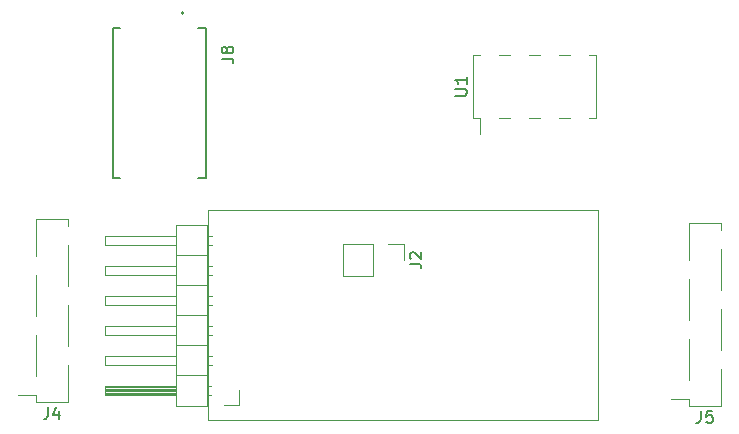
<source format=gto>
%TF.GenerationSoftware,KiCad,Pcbnew,9.0.5-9.0.5~ubuntu24.04.1*%
%TF.CreationDate,2025-11-18T16:55:03+01:00*%
%TF.ProjectId,Nodo 2 MySensor,4e6f646f-2032-4204-9d79-53656e736f72,rev?*%
%TF.SameCoordinates,Original*%
%TF.FileFunction,Legend,Top*%
%TF.FilePolarity,Positive*%
%FSLAX46Y46*%
G04 Gerber Fmt 4.6, Leading zero omitted, Abs format (unit mm)*
G04 Created by KiCad (PCBNEW 9.0.5-9.0.5~ubuntu24.04.1) date 2025-11-18 16:55:03*
%MOMM*%
%LPD*%
G01*
G04 APERTURE LIST*
%ADD10C,0.100000*%
%ADD11C,0.150000*%
%ADD12C,0.127000*%
%ADD13C,0.200000*%
%ADD14C,0.120000*%
G04 APERTURE END LIST*
D10*
X100000000Y-82220000D02*
X133020000Y-82220000D01*
X133020000Y-100000000D01*
X100000000Y-100000000D01*
X100000000Y-82220000D01*
D11*
X101119819Y-69355833D02*
X101834104Y-69355833D01*
X101834104Y-69355833D02*
X101976961Y-69403452D01*
X101976961Y-69403452D02*
X102072200Y-69498690D01*
X102072200Y-69498690D02*
X102119819Y-69641547D01*
X102119819Y-69641547D02*
X102119819Y-69736785D01*
X101548390Y-68736785D02*
X101500771Y-68832023D01*
X101500771Y-68832023D02*
X101453152Y-68879642D01*
X101453152Y-68879642D02*
X101357914Y-68927261D01*
X101357914Y-68927261D02*
X101310295Y-68927261D01*
X101310295Y-68927261D02*
X101215057Y-68879642D01*
X101215057Y-68879642D02*
X101167438Y-68832023D01*
X101167438Y-68832023D02*
X101119819Y-68736785D01*
X101119819Y-68736785D02*
X101119819Y-68546309D01*
X101119819Y-68546309D02*
X101167438Y-68451071D01*
X101167438Y-68451071D02*
X101215057Y-68403452D01*
X101215057Y-68403452D02*
X101310295Y-68355833D01*
X101310295Y-68355833D02*
X101357914Y-68355833D01*
X101357914Y-68355833D02*
X101453152Y-68403452D01*
X101453152Y-68403452D02*
X101500771Y-68451071D01*
X101500771Y-68451071D02*
X101548390Y-68546309D01*
X101548390Y-68546309D02*
X101548390Y-68736785D01*
X101548390Y-68736785D02*
X101596009Y-68832023D01*
X101596009Y-68832023D02*
X101643628Y-68879642D01*
X101643628Y-68879642D02*
X101738866Y-68927261D01*
X101738866Y-68927261D02*
X101929342Y-68927261D01*
X101929342Y-68927261D02*
X102024580Y-68879642D01*
X102024580Y-68879642D02*
X102072200Y-68832023D01*
X102072200Y-68832023D02*
X102119819Y-68736785D01*
X102119819Y-68736785D02*
X102119819Y-68546309D01*
X102119819Y-68546309D02*
X102072200Y-68451071D01*
X102072200Y-68451071D02*
X102024580Y-68403452D01*
X102024580Y-68403452D02*
X101929342Y-68355833D01*
X101929342Y-68355833D02*
X101738866Y-68355833D01*
X101738866Y-68355833D02*
X101643628Y-68403452D01*
X101643628Y-68403452D02*
X101596009Y-68451071D01*
X101596009Y-68451071D02*
X101548390Y-68546309D01*
X117024819Y-86744333D02*
X117739104Y-86744333D01*
X117739104Y-86744333D02*
X117881961Y-86791952D01*
X117881961Y-86791952D02*
X117977200Y-86887190D01*
X117977200Y-86887190D02*
X118024819Y-87030047D01*
X118024819Y-87030047D02*
X118024819Y-87125285D01*
X117120057Y-86315761D02*
X117072438Y-86268142D01*
X117072438Y-86268142D02*
X117024819Y-86172904D01*
X117024819Y-86172904D02*
X117024819Y-85934809D01*
X117024819Y-85934809D02*
X117072438Y-85839571D01*
X117072438Y-85839571D02*
X117120057Y-85791952D01*
X117120057Y-85791952D02*
X117215295Y-85744333D01*
X117215295Y-85744333D02*
X117310533Y-85744333D01*
X117310533Y-85744333D02*
X117453390Y-85791952D01*
X117453390Y-85791952D02*
X118024819Y-86363380D01*
X118024819Y-86363380D02*
X118024819Y-85744333D01*
X141701666Y-99194819D02*
X141701666Y-99909104D01*
X141701666Y-99909104D02*
X141654047Y-100051961D01*
X141654047Y-100051961D02*
X141558809Y-100147200D01*
X141558809Y-100147200D02*
X141415952Y-100194819D01*
X141415952Y-100194819D02*
X141320714Y-100194819D01*
X142654047Y-99194819D02*
X142177857Y-99194819D01*
X142177857Y-99194819D02*
X142130238Y-99671009D01*
X142130238Y-99671009D02*
X142177857Y-99623390D01*
X142177857Y-99623390D02*
X142273095Y-99575771D01*
X142273095Y-99575771D02*
X142511190Y-99575771D01*
X142511190Y-99575771D02*
X142606428Y-99623390D01*
X142606428Y-99623390D02*
X142654047Y-99671009D01*
X142654047Y-99671009D02*
X142701666Y-99766247D01*
X142701666Y-99766247D02*
X142701666Y-100004342D01*
X142701666Y-100004342D02*
X142654047Y-100099580D01*
X142654047Y-100099580D02*
X142606428Y-100147200D01*
X142606428Y-100147200D02*
X142511190Y-100194819D01*
X142511190Y-100194819D02*
X142273095Y-100194819D01*
X142273095Y-100194819D02*
X142177857Y-100147200D01*
X142177857Y-100147200D02*
X142130238Y-100099580D01*
X86421666Y-98884819D02*
X86421666Y-99599104D01*
X86421666Y-99599104D02*
X86374047Y-99741961D01*
X86374047Y-99741961D02*
X86278809Y-99837200D01*
X86278809Y-99837200D02*
X86135952Y-99884819D01*
X86135952Y-99884819D02*
X86040714Y-99884819D01*
X87326428Y-99218152D02*
X87326428Y-99884819D01*
X87088333Y-98837200D02*
X86850238Y-99551485D01*
X86850238Y-99551485D02*
X87469285Y-99551485D01*
X120874819Y-72486904D02*
X121684342Y-72486904D01*
X121684342Y-72486904D02*
X121779580Y-72439285D01*
X121779580Y-72439285D02*
X121827200Y-72391666D01*
X121827200Y-72391666D02*
X121874819Y-72296428D01*
X121874819Y-72296428D02*
X121874819Y-72105952D01*
X121874819Y-72105952D02*
X121827200Y-72010714D01*
X121827200Y-72010714D02*
X121779580Y-71963095D01*
X121779580Y-71963095D02*
X121684342Y-71915476D01*
X121684342Y-71915476D02*
X120874819Y-71915476D01*
X121874819Y-70915476D02*
X121874819Y-71486904D01*
X121874819Y-71201190D02*
X120874819Y-71201190D01*
X120874819Y-71201190D02*
X121017676Y-71296428D01*
X121017676Y-71296428D02*
X121112914Y-71391666D01*
X121112914Y-71391666D02*
X121160533Y-71486904D01*
D12*
%TO.C,J8*%
X91880000Y-66747500D02*
X91880000Y-79447500D01*
X91880000Y-66747500D02*
X92510000Y-66747500D01*
X91880000Y-79447500D02*
X92510000Y-79447500D01*
X99150000Y-79447500D02*
X99780000Y-79447500D01*
X99780000Y-66747500D02*
X99150000Y-66747500D01*
X99780000Y-79447500D02*
X99780000Y-66747500D01*
D13*
X97930000Y-65497500D02*
G75*
G02*
X97730000Y-65497500I-100000J0D01*
G01*
X97730000Y-65497500D02*
G75*
G02*
X97930000Y-65497500I100000J0D01*
G01*
D14*
%TO.C,J2*%
X111370000Y-85081000D02*
X111370000Y-87741000D01*
X113970000Y-85081000D02*
X111370000Y-85081000D01*
X113970000Y-85081000D02*
X113970000Y-87741000D01*
X113970000Y-87741000D02*
X111370000Y-87741000D01*
X115240000Y-85081000D02*
X116570000Y-85081000D01*
X116570000Y-85081000D02*
X116570000Y-86411000D01*
%TO.C,J5*%
X140655000Y-86390000D02*
X140655000Y-83280000D01*
X140655000Y-91470000D02*
X140655000Y-88010000D01*
X140655000Y-96550000D02*
X140655000Y-93090000D01*
X140655000Y-98170000D02*
X139185000Y-98170000D01*
X140655000Y-98740000D02*
X140655000Y-98170000D01*
X143415000Y-83280000D02*
X140655000Y-83280000D01*
X143415000Y-83850000D02*
X143415000Y-83280000D01*
X143415000Y-88930000D02*
X143415000Y-85470000D01*
X143415000Y-94010000D02*
X143415000Y-90550000D01*
X143415000Y-98170000D02*
X143415000Y-95630000D01*
X143415000Y-98740000D02*
X140655000Y-98740000D01*
X143415000Y-98740000D02*
X143415000Y-95630000D01*
%TO.C,J4*%
X85375000Y-86080000D02*
X85375000Y-82970000D01*
X85375000Y-91160000D02*
X85375000Y-87700000D01*
X85375000Y-96240000D02*
X85375000Y-92780000D01*
X85375000Y-97860000D02*
X83905000Y-97860000D01*
X85375000Y-98430000D02*
X85375000Y-97860000D01*
X88135000Y-82970000D02*
X85375000Y-82970000D01*
X88135000Y-83540000D02*
X88135000Y-82970000D01*
X88135000Y-88620000D02*
X88135000Y-85160000D01*
X88135000Y-93700000D02*
X88135000Y-90240000D01*
X88135000Y-97860000D02*
X88135000Y-95320000D01*
X88135000Y-98430000D02*
X85375000Y-98430000D01*
X88135000Y-98430000D02*
X88135000Y-95320000D01*
%TO.C,J1*%
X91227000Y-84380000D02*
X97227000Y-84380000D01*
X91227000Y-85140000D02*
X91227000Y-84380000D01*
X91227000Y-86920000D02*
X97227000Y-86920000D01*
X91227000Y-87680000D02*
X91227000Y-86920000D01*
X91227000Y-89460000D02*
X97227000Y-89460000D01*
X91227000Y-90220000D02*
X91227000Y-89460000D01*
X91227000Y-92000000D02*
X97227000Y-92000000D01*
X91227000Y-92760000D02*
X91227000Y-92000000D01*
X91227000Y-94540000D02*
X97227000Y-94540000D01*
X91227000Y-95300000D02*
X91227000Y-94540000D01*
X91227000Y-97080000D02*
X97227000Y-97080000D01*
X91227000Y-97840000D02*
X91227000Y-97080000D01*
X97227000Y-83430000D02*
X97227000Y-98790000D01*
X97227000Y-85140000D02*
X91227000Y-85140000D01*
X97227000Y-87680000D02*
X91227000Y-87680000D01*
X97227000Y-90220000D02*
X91227000Y-90220000D01*
X97227000Y-92760000D02*
X91227000Y-92760000D01*
X97227000Y-95300000D02*
X91227000Y-95300000D01*
X97227000Y-97180000D02*
X91227000Y-97180000D01*
X97227000Y-97300000D02*
X91227000Y-97300000D01*
X97227000Y-97420000D02*
X91227000Y-97420000D01*
X97227000Y-97540000D02*
X91227000Y-97540000D01*
X97227000Y-97660000D02*
X91227000Y-97660000D01*
X97227000Y-97780000D02*
X91227000Y-97780000D01*
X97227000Y-97840000D02*
X91227000Y-97840000D01*
X97227000Y-98790000D02*
X99887000Y-98790000D01*
X99887000Y-83430000D02*
X97227000Y-83430000D01*
X99887000Y-86030000D02*
X97227000Y-86030000D01*
X99887000Y-88570000D02*
X97227000Y-88570000D01*
X99887000Y-91110000D02*
X97227000Y-91110000D01*
X99887000Y-93650000D02*
X97227000Y-93650000D01*
X99887000Y-96190000D02*
X97227000Y-96190000D01*
X99887000Y-98790000D02*
X99887000Y-83430000D01*
X100217000Y-97080000D02*
X99887000Y-97080000D01*
X100217000Y-97840000D02*
X99887000Y-97840000D01*
X100284071Y-84380000D02*
X99887000Y-84380000D01*
X100284071Y-85140000D02*
X99887000Y-85140000D01*
X100284071Y-86920000D02*
X99887000Y-86920000D01*
X100284071Y-87680000D02*
X99887000Y-87680000D01*
X100284071Y-89460000D02*
X99887000Y-89460000D01*
X100284071Y-90220000D02*
X99887000Y-90220000D01*
X100284071Y-92000000D02*
X99887000Y-92000000D01*
X100284071Y-92760000D02*
X99887000Y-92760000D01*
X100284071Y-94540000D02*
X99887000Y-94540000D01*
X100284071Y-95300000D02*
X99887000Y-95300000D01*
X102597000Y-97460000D02*
X102597000Y-98730000D01*
X102597000Y-98730000D02*
X101327000Y-98730000D01*
%TO.C,U1*%
X122420000Y-69075000D02*
X122990000Y-69075000D01*
X122420000Y-74375000D02*
X122420000Y-69075000D01*
X122420000Y-74375000D02*
X122990000Y-74375000D01*
X122990000Y-75765000D02*
X122990000Y-74375000D01*
X124610000Y-69075000D02*
X125530000Y-69075000D01*
X124610000Y-74375000D02*
X125530000Y-74375000D01*
X127150000Y-69075000D02*
X128070000Y-69075000D01*
X127150000Y-74375000D02*
X128070000Y-74375000D01*
X129690000Y-69075000D02*
X130610000Y-69075000D01*
X129690000Y-74375000D02*
X130610000Y-74375000D01*
X132230000Y-69075000D02*
X132800000Y-69075000D01*
X132230000Y-74375000D02*
X132800000Y-74375000D01*
X132800000Y-74375000D02*
X132800000Y-69075000D01*
%TD*%
M02*

</source>
